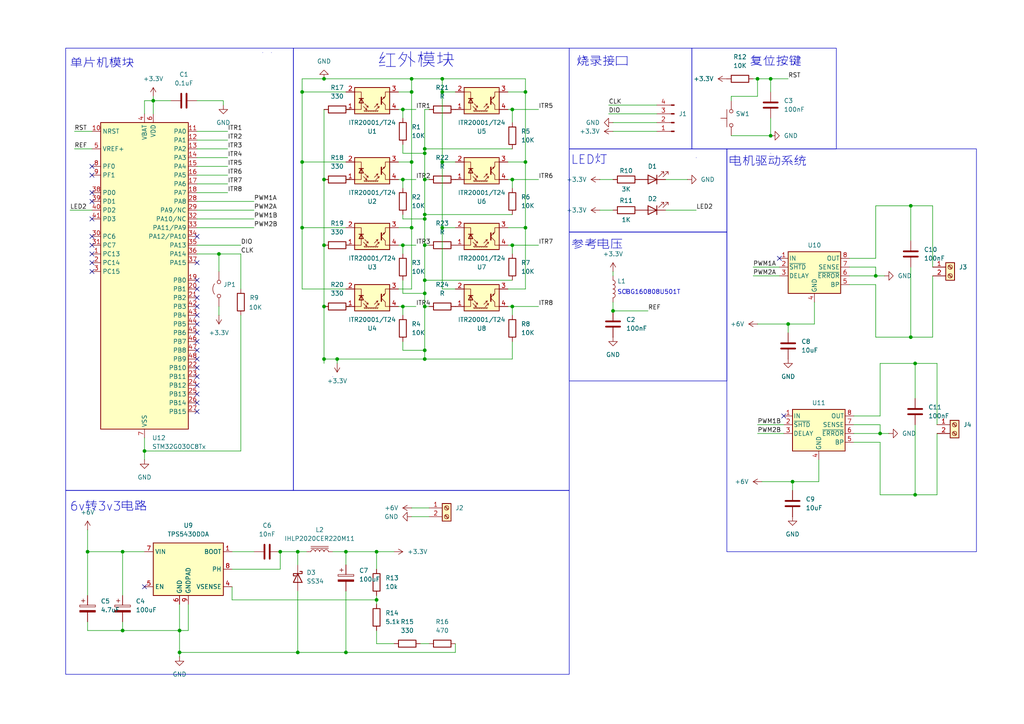
<source format=kicad_sch>
(kicad_sch (version 20231120) (generator "eeschema") (generator_version "8.0")
  (paper "A4")
  (junction (at 128.27 22.86))
  (junction (at 123.19 81.28))
  (junction (at 123.19 63.5))
  (junction (at 152.4 46.99))
  (junction (at 52.07 182.88))
  (junction (at 86.36 160.02))
  (junction (at 100.33 189.23))
  (junction (at 265.43 105.41))
  (junction (at 264.16 59.69))
  (junction (at 128.27 46.99))
  (junction (at 87.63 66.04))
  (junction (at 44.45 29.21))
  (junction (at 116.84 88.9))
  (junction (at 148.59 71.12))
  (junction (at 152.4 26.67))
  (junction (at 87.63 26.67))
  (junction (at 148.59 31.75))
  (junction (at 123.19 44.45))
  (junction (at 116.84 71.12))
  (junction (at 265.43 143.51))
  (junction (at 219.71 22.86))
  (junction (at 86.36 189.23))
  (junction (at 223.52 22.86))
  (junction (at 119.38 46.99))
  (junction (at 93.98 52.07))
  (junction (at 123.19 101.6))
  (junction (at 63.5 73.66))
  (junction (at 52.07 189.23))
  (junction (at 116.84 52.07))
  (junction (at 87.63 46.99))
  (junction (at 123.19 104.14))
  (junction (at 81.28 160.02))
  (junction (at 93.98 88.9))
  (junction (at 116.84 31.75))
  (junction (at 229.87 139.7))
  (junction (at 148.59 52.07))
  (junction (at 100.33 160.02))
  (junction (at 93.98 22.86))
  (junction (at 35.56 182.88))
  (junction (at 97.79 104.14))
  (junction (at 152.4 66.04))
  (junction (at 128.27 26.67))
  (junction (at 148.59 88.9))
  (junction (at 128.27 66.04))
  (junction (at 123.19 71.12))
  (junction (at 93.98 104.14))
  (junction (at 123.19 85.09))
  (junction (at 264.16 97.79))
  (junction (at 223.52 39.37))
  (junction (at 177.8 90.17))
  (junction (at 255.27 125.73))
  (junction (at 41.91 130.81))
  (junction (at 109.22 160.02))
  (junction (at 119.38 66.04))
  (junction (at 35.56 160.02))
  (junction (at 93.98 71.12))
  (junction (at 119.38 26.67))
  (junction (at 119.38 22.86))
  (junction (at 254 80.01))
  (junction (at 25.4 160.02))
  (junction (at 109.22 173.99))
  (junction (at 123.19 62.23))
  (junction (at 123.19 88.9))
  (junction (at 123.19 43.18))
  (junction (at 228.6 93.98))
  (junction (at 123.19 52.07))
  (no_connect (at 226.06 74.93))
  (no_connect (at 26.67 48.26))
  (no_connect (at 26.67 50.8))
  (no_connect (at 26.67 78.74))
  (no_connect (at 57.15 101.6))
  (no_connect (at 26.67 63.5))
  (no_connect (at 57.15 91.44))
  (no_connect (at 26.67 68.58))
  (no_connect (at 227.33 120.65))
  (no_connect (at 57.15 116.84))
  (no_connect (at 26.67 73.66))
  (no_connect (at 57.15 104.14))
  (no_connect (at 57.15 93.98))
  (no_connect (at 26.67 71.12))
  (no_connect (at 57.15 83.82))
  (no_connect (at 26.67 76.2))
  (no_connect (at 57.15 68.58))
  (no_connect (at 57.15 114.3))
  (no_connect (at 41.91 170.18))
  (no_connect (at 57.15 106.68))
  (no_connect (at 57.15 76.2))
  (no_connect (at 57.15 81.28))
  (no_connect (at 57.15 86.36))
  (no_connect (at 57.15 96.52))
  (no_connect (at 57.15 99.06))
  (no_connect (at 26.67 55.88))
  (no_connect (at 57.15 88.9))
  (no_connect (at 57.15 109.22))
  (no_connect (at 57.15 111.76))
  (no_connect (at 57.15 119.38))
  (no_connect (at 26.67 58.42))
  (wire (pts (xy 123.19 44.45) (xy 123.19 52.07)))
  (wire (pts (xy 64.77 29.21) (xy 64.77 30.48)))
  (wire (pts (xy 116.84 99.06) (xy 116.84 101.6)))
  (wire (pts (xy 270.51 97.79) (xy 270.51 80.01)))
  (wire (pts (xy 119.38 147.32) (xy 124.46 147.32)))
  (wire (pts (xy 147.32 52.07) (xy 148.59 52.07)))
  (wire (pts (xy 87.63 46.99) (xy 87.63 66.04)))
  (wire (pts (xy 116.84 52.07) (xy 116.84 54.61)))
  (wire (pts (xy 123.19 43.18) (xy 123.19 44.45)))
  (wire (pts (xy 177.8 78.74) (xy 177.8 80.01)))
  (wire (pts (xy 254 59.69) (xy 264.16 59.69)))
  (wire (pts (xy 148.59 71.12) (xy 148.59 73.66)))
  (wire (pts (xy 21.59 43.18) (xy 26.67 43.18)))
  (wire (pts (xy 25.4 160.02) (xy 35.56 160.02)))
  (wire (pts (xy 254 97.79) (xy 264.16 97.79)))
  (wire (pts (xy 63.5 73.66) (xy 69.85 73.66)))
  (wire (pts (xy 116.84 62.23) (xy 116.84 63.5)))
  (wire (pts (xy 246.38 74.93) (xy 254 74.93)))
  (wire (pts (xy 116.84 85.09) (xy 123.19 85.09)))
  (wire (pts (xy 228.6 93.98) (xy 228.6 96.52)))
  (wire (pts (xy 115.57 31.75) (xy 116.84 31.75)))
  (wire (pts (xy 44.45 29.21) (xy 49.53 29.21)))
  (wire (pts (xy 132.08 66.04) (xy 128.27 66.04)))
  (wire (pts (xy 96.52 160.02) (xy 100.33 160.02)))
  (wire (pts (xy 219.71 123.19) (xy 227.33 123.19)))
  (wire (pts (xy 100.33 171.45) (xy 100.33 189.23)))
  (wire (pts (xy 57.15 53.34) (xy 66.04 53.34)))
  (wire (pts (xy 219.71 93.98) (xy 228.6 93.98)))
  (wire (pts (xy 176.53 33.02) (xy 190.5 33.02)))
  (wire (pts (xy 69.85 91.44) (xy 69.85 130.81)))
  (wire (pts (xy 123.19 88.9) (xy 123.19 101.6)))
  (wire (pts (xy 128.27 22.86) (xy 119.38 22.86)))
  (wire (pts (xy 255.27 125.73) (xy 257.81 125.73)))
  (wire (pts (xy 255.27 143.51) (xy 265.43 143.51)))
  (wire (pts (xy 87.63 26.67) (xy 87.63 46.99)))
  (wire (pts (xy 57.15 58.42) (xy 73.66 58.42)))
  (wire (pts (xy 123.19 81.28) (xy 123.19 85.09)))
  (wire (pts (xy 123.19 101.6) (xy 123.19 104.14)))
  (wire (pts (xy 148.59 52.07) (xy 148.59 54.61)))
  (wire (pts (xy 147.32 71.12) (xy 148.59 71.12)))
  (wire (pts (xy 41.91 33.02) (xy 41.91 29.21)))
  (wire (pts (xy 152.4 22.86) (xy 128.27 22.86)))
  (wire (pts (xy 119.38 66.04) (xy 119.38 83.82)))
  (wire (pts (xy 223.52 34.29) (xy 223.52 39.37)))
  (wire (pts (xy 271.78 143.51) (xy 271.78 125.73)))
  (wire (pts (xy 220.98 139.7) (xy 229.87 139.7)))
  (wire (pts (xy 35.56 172.72) (xy 35.56 160.02)))
  (wire (pts (xy 57.15 29.21) (xy 64.77 29.21)))
  (wire (pts (xy 57.15 43.18) (xy 66.04 43.18)))
  (wire (pts (xy 193.04 52.07) (xy 199.39 52.07)))
  (wire (pts (xy 177.8 35.56) (xy 190.5 35.56)))
  (wire (pts (xy 123.19 62.23) (xy 123.19 63.5)))
  (wire (pts (xy 264.16 97.79) (xy 270.51 97.79)))
  (wire (pts (xy 237.49 139.7) (xy 237.49 133.35)))
  (wire (pts (xy 236.22 93.98) (xy 236.22 87.63)))
  (wire (pts (xy 25.4 160.02) (xy 25.4 172.72)))
  (wire (pts (xy 100.33 71.12) (xy 101.6 71.12)))
  (wire (pts (xy 81.28 165.1) (xy 81.28 160.02)))
  (wire (pts (xy 100.33 31.75) (xy 101.6 31.75)))
  (wire (pts (xy 247.65 120.65) (xy 255.27 120.65)))
  (wire (pts (xy 148.59 31.75) (xy 156.21 31.75)))
  (wire (pts (xy 109.22 172.72) (xy 109.22 173.99)))
  (wire (pts (xy 123.19 63.5) (xy 123.19 71.12)))
  (wire (pts (xy 270.51 59.69) (xy 270.51 77.47)))
  (wire (pts (xy 212.09 29.21) (xy 212.09 27.94)))
  (wire (pts (xy 81.28 160.02) (xy 86.36 160.02)))
  (wire (pts (xy 67.31 173.99) (xy 109.22 173.99)))
  (wire (pts (xy 57.15 38.1) (xy 66.04 38.1)))
  (wire (pts (xy 44.45 27.94) (xy 44.45 29.21)))
  (wire (pts (xy 57.15 48.26) (xy 66.04 48.26)))
  (wire (pts (xy 123.19 31.75) (xy 123.19 43.18)))
  (wire (pts (xy 87.63 22.86) (xy 87.63 26.67)))
  (wire (pts (xy 116.84 31.75) (xy 120.65 31.75)))
  (wire (pts (xy 271.78 105.41) (xy 271.78 123.19)))
  (wire (pts (xy 69.85 73.66) (xy 69.85 83.82)))
  (wire (pts (xy 123.19 31.75) (xy 124.46 31.75)))
  (wire (pts (xy 57.15 60.96) (xy 73.66 60.96)))
  (wire (pts (xy 228.6 93.98) (xy 236.22 93.98)))
  (wire (pts (xy 109.22 186.69) (xy 114.3 186.69)))
  (wire (pts (xy 152.4 66.04) (xy 152.4 46.99)))
  (wire (pts (xy 254 80.01) (xy 256.54 80.01)))
  (wire (pts (xy 115.57 66.04) (xy 119.38 66.04)))
  (wire (pts (xy 57.15 50.8) (xy 66.04 50.8)))
  (wire (pts (xy 100.33 160.02) (xy 109.22 160.02)))
  (wire (pts (xy 255.27 123.19) (xy 255.27 125.73)))
  (wire (pts (xy 93.98 105.41) (xy 93.98 104.14)))
  (wire (pts (xy 119.38 26.67) (xy 119.38 22.86)))
  (wire (pts (xy 20.32 60.96) (xy 26.67 60.96)))
  (wire (pts (xy 100.33 189.23) (xy 132.08 189.23)))
  (wire (pts (xy 69.85 130.81) (xy 41.91 130.81)))
  (wire (pts (xy 35.56 160.02) (xy 41.91 160.02)))
  (wire (pts (xy 265.43 105.41) (xy 271.78 105.41)))
  (wire (pts (xy 147.32 88.9) (xy 148.59 88.9)))
  (wire (pts (xy 115.57 46.99) (xy 119.38 46.99)))
  (wire (pts (xy 223.52 22.86) (xy 223.52 26.67)))
  (wire (pts (xy 152.4 22.86) (xy 152.4 26.67)))
  (wire (pts (xy 212.09 27.94) (xy 219.71 27.94)))
  (wire (pts (xy 212.09 39.37) (xy 223.52 39.37)))
  (wire (pts (xy 86.36 171.45) (xy 86.36 189.23)))
  (wire (pts (xy 93.98 52.07) (xy 93.98 71.12)))
  (wire (pts (xy 100.33 88.9) (xy 101.6 88.9)))
  (wire (pts (xy 152.4 26.67) (xy 152.4 46.99)))
  (wire (pts (xy 57.15 45.72) (xy 66.04 45.72)))
  (wire (pts (xy 86.36 160.02) (xy 86.36 163.83)))
  (wire (pts (xy 254 77.47) (xy 254 80.01)))
  (wire (pts (xy 255.27 125.73) (xy 247.65 125.73)))
  (wire (pts (xy 109.22 160.02) (xy 114.3 160.02)))
  (wire (pts (xy 115.57 26.67) (xy 119.38 26.67)))
  (wire (pts (xy 109.22 182.88) (xy 109.22 186.69)))
  (wire (pts (xy 63.5 73.66) (xy 63.5 78.74)))
  (wire (pts (xy 93.98 22.86) (xy 119.38 22.86)))
  (wire (pts (xy 67.31 160.02) (xy 73.66 160.02)))
  (wire (pts (xy 229.87 139.7) (xy 229.87 142.24)))
  (wire (pts (xy 264.16 59.69) (xy 264.16 69.85)))
  (wire (pts (xy 128.27 46.99) (xy 128.27 66.04)))
  (wire (pts (xy 264.16 77.47) (xy 264.16 97.79)))
  (wire (pts (xy 57.15 71.12) (xy 69.85 71.12)))
  (wire (pts (xy 148.59 99.06) (xy 148.59 104.14)))
  (wire (pts (xy 87.63 26.67) (xy 100.33 26.67)))
  (wire (pts (xy 21.59 38.1) (xy 26.67 38.1)))
  (wire (pts (xy 173.99 60.96) (xy 177.8 60.96)))
  (wire (pts (xy 93.98 71.12) (xy 93.98 88.9)))
  (wire (pts (xy 52.07 175.26) (xy 52.07 182.88)))
  (wire (pts (xy 115.57 71.12) (xy 116.84 71.12)))
  (wire (pts (xy 87.63 22.86) (xy 93.98 22.86)))
  (wire (pts (xy 265.43 123.19) (xy 265.43 143.51)))
  (wire (pts (xy 255.27 105.41) (xy 265.43 105.41)))
  (wire (pts (xy 123.19 88.9) (xy 124.46 88.9)))
  (wire (pts (xy 116.84 71.12) (xy 120.65 71.12)))
  (wire (pts (xy 128.27 26.67) (xy 128.27 22.86)))
  (wire (pts (xy 116.84 71.12) (xy 116.84 73.66)))
  (wire (pts (xy 97.79 104.14) (xy 97.79 105.41)))
  (wire (pts (xy 52.07 182.88) (xy 52.07 189.23)))
  (wire (pts (xy 57.15 40.64) (xy 66.04 40.64)))
  (wire (pts (xy 41.91 127) (xy 41.91 130.81)))
  (wire (pts (xy 87.63 83.82) (xy 87.63 66.04)))
  (wire (pts (xy 123.19 62.23) (xy 148.59 62.23)))
  (wire (pts (xy 116.84 81.28) (xy 116.84 85.09)))
  (wire (pts (xy 219.71 125.73) (xy 227.33 125.73)))
  (wire (pts (xy 128.27 66.04) (xy 128.27 83.82)))
  (wire (pts (xy 119.38 46.99) (xy 119.38 26.67)))
  (wire (pts (xy 57.15 66.04) (xy 73.66 66.04)))
  (wire (pts (xy 132.08 186.69) (xy 132.08 189.23)))
  (wire (pts (xy 218.44 80.01) (xy 226.06 80.01)))
  (wire (pts (xy 148.59 31.75) (xy 148.59 35.56)))
  (wire (pts (xy 100.33 83.82) (xy 87.63 83.82)))
  (wire (pts (xy 254 80.01) (xy 246.38 80.01)))
  (wire (pts (xy 247.65 123.19) (xy 255.27 123.19)))
  (wire (pts (xy 176.53 30.48) (xy 190.5 30.48)))
  (wire (pts (xy 119.38 46.99) (xy 119.38 66.04)))
  (wire (pts (xy 86.36 189.23) (xy 100.33 189.23)))
  (wire (pts (xy 219.71 22.86) (xy 223.52 22.86)))
  (wire (pts (xy 147.32 46.99) (xy 152.4 46.99)))
  (wire (pts (xy 57.15 55.88) (xy 66.04 55.88)))
  (wire (pts (xy 255.27 120.65) (xy 255.27 105.41)))
  (wire (pts (xy 229.87 139.7) (xy 237.49 139.7)))
  (wire (pts (xy 67.31 170.18) (xy 67.31 173.99)))
  (wire (pts (xy 128.27 46.99) (xy 128.27 26.67)))
  (wire (pts (xy 177.8 90.17) (xy 187.96 90.17)))
  (wire (pts (xy 116.84 63.5) (xy 123.19 63.5)))
  (wire (pts (xy 109.22 160.02) (xy 109.22 165.1)))
  (wire (pts (xy 116.84 52.07) (xy 120.65 52.07)))
  (wire (pts (xy 152.4 83.82) (xy 152.4 66.04)))
  (wire (pts (xy 93.98 31.75) (xy 93.98 52.07)))
  (wire (pts (xy 116.84 44.45) (xy 123.19 44.45)))
  (wire (pts (xy 57.15 73.66) (xy 63.5 73.66)))
  (wire (pts (xy 52.07 189.23) (xy 86.36 189.23)))
  (wire (pts (xy 223.52 22.86) (xy 228.6 22.86)))
  (wire (pts (xy 147.32 83.82) (xy 152.4 83.82)))
  (wire (pts (xy 86.36 160.02) (xy 88.9 160.02)))
  (wire (pts (xy 148.59 104.14) (xy 123.19 104.14)))
  (wire (pts (xy 123.19 43.18) (xy 148.59 43.18)))
  (wire (pts (xy 173.99 52.07) (xy 177.8 52.07)))
  (wire (pts (xy 246.38 77.47) (xy 254 77.47)))
  (wire (pts (xy 177.8 87.63) (xy 177.8 90.17)))
  (wire (pts (xy 123.19 52.07) (xy 124.46 52.07)))
  (wire (pts (xy 247.65 128.27) (xy 255.27 128.27)))
  (wire (pts (xy 116.84 31.75) (xy 116.84 34.29)))
  (wire (pts (xy 265.43 105.41) (xy 265.43 115.57)))
  (wire (pts (xy 116.84 88.9) (xy 120.65 88.9)))
  (wire (pts (xy 148.59 71.12) (xy 156.21 71.12)))
  (wire (pts (xy 265.43 143.51) (xy 271.78 143.51)))
  (wire (pts (xy 147.32 66.04) (xy 152.4 66.04)))
  (wire (pts (xy 25.4 182.88) (xy 35.56 182.88)))
  (wire (pts (xy 54.61 175.26) (xy 54.61 182.88)))
  (wire (pts (xy 25.4 180.34) (xy 25.4 182.88)))
  (wire (pts (xy 218.44 77.47) (xy 226.06 77.47)))
  (wire (pts (xy 100.33 160.02) (xy 100.33 163.83)))
  (wire (pts (xy 52.07 189.23) (xy 52.07 190.5)))
  (wire (pts (xy 115.57 52.07) (xy 116.84 52.07)))
  (wire (pts (xy 116.84 41.91) (xy 116.84 44.45)))
  (wire (pts (xy 116.84 101.6) (xy 123.19 101.6)))
  (wire (pts (xy 41.91 130.81) (xy 41.91 133.35)))
  (wire (pts (xy 147.32 26.67) (xy 152.4 26.67)))
  (wire (pts (xy 148.59 52.07) (xy 156.21 52.07)))
  (wire (pts (xy 116.84 88.9) (xy 116.84 91.44)))
  (wire (pts (xy 97.79 104.14) (xy 123.19 104.14)))
  (wire (pts (xy 123.19 71.12) (xy 124.46 71.12)))
  (wire (pts (xy 44.45 29.21) (xy 44.45 33.02)))
  (wire (pts (xy 148.59 88.9) (xy 148.59 91.44)))
  (wire (pts (xy 115.57 83.82) (xy 119.38 83.82)))
  (wire (pts (xy 93.98 104.14) (xy 97.79 104.14)))
  (wire (pts (xy 87.63 66.04) (xy 100.33 66.04)))
  (wire (pts (xy 132.08 46.99) (xy 128.27 46.99)))
  (wire (pts (xy 63.5 88.9) (xy 63.5 91.44)))
  (wire (pts (xy 246.38 82.55) (xy 254 82.55)))
  (wire (pts (xy 132.08 26.67) (xy 128.27 26.67)))
  (wire (pts (xy 87.63 46.99) (xy 100.33 46.99)))
  (wire (pts (xy 57.15 63.5) (xy 73.66 63.5)))
  (wire (pts (xy 119.38 149.86) (xy 124.46 149.86)))
  (wire (pts (xy 193.04 60.96) (xy 201.93 60.96)))
  (wire (pts (xy 148.59 88.9) (xy 156.21 88.9)))
  (wire (pts (xy 123.19 81.28) (xy 148.59 81.28)))
  (wire (pts (xy 93.98 88.9) (xy 93.98 104.14)))
  (wire (pts (xy 132.08 83.82) (xy 128.27 83.82)))
  (wire (pts (xy 35.56 180.34) (xy 35.56 182.88)))
  (wire (pts (xy 41.91 29.21) (xy 44.45 29.21)))
  (wire (pts (xy 254 74.93) (xy 254 59.69)))
  (wire (pts (xy 54.61 182.88) (xy 52.07 182.88)))
  (wire (pts (xy 218.44 22.86) (xy 219.71 22.86)))
  (wire (pts (xy 123.19 71.12) (xy 123.19 81.28)))
  (wire (pts (xy 123.19 85.09) (xy 123.19 88.9)))
  (wire (pts (xy 255.27 128.27) (xy 255.27 143.51)))
  (wire (pts (xy 254 82.55) (xy 254 97.79)))
  (wire (pts (xy 67.31 165.1) (xy 81.28 165.1)))
  (wire (pts (xy 109.22 173.99) (xy 109.22 175.26)))
  (wire (pts (xy 264.16 59.69) (xy 270.51 59.69)))
  (wire (pts (xy 147.32 31.75) (xy 148.59 31.75)))
  (wire (pts (xy 123.19 52.07) (xy 123.19 62.23)))
  (wire (pts (xy 35.56 182.88) (xy 52.07 182.88)))
  (wire (pts (xy 121.92 186.69) (xy 124.46 186.69)))
  (wire (pts (xy 100.33 52.07) (xy 101.6 52.07)))
  (wire (pts (xy 25.4 153.67) (xy 25.4 160.02)))
  (wire (pts (xy 219.71 27.94) (xy 219.71 22.86)))
  (wire (pts (xy 177.8 38.1) (xy 190.5 38.1)))
  (wire (pts (xy 115.57 88.9) (xy 116.84 88.9)))
  (rectangle (start 200.66 13.97) (end 242.57 43.18))
  (rectangle (start 210.82 43.18) (end 283.21 160.02))
  (rectangle (start 19.05 142.24) (end 165.1 195.58))
  (rectangle (start 181.61 83.82) (end 181.61 85.09))
  (rectangle (start 78.74 15.24) (end 78.74 15.24))
  (rectangle (start 76.2 15.24) (end 76.2 15.24))
  (rectangle (start 165.1 67.31) (end 210.82 110.49))
  (rectangle (start 85.09 13.97) (end 165.1 142.24))
  (rectangle (start 165.1 43.18) (end 210.82 67.31))
  (rectangle (start 223.52 44.45) (end 223.52 44.45))
  (rectangle (start 19.05 13.97) (end 85.09 142.24))
  (rectangle (start 201.93 45.72) (end 201.93 45.72))
  (rectangle (start 96.52 109.22) (end 96.52 109.22))
  (rectangle (start 165.1 13.97) (end 200.66 43.18))
  (rectangle (start 180.34 85.09) (end 180.34 85.09))
  (text "单片机模块" (at 29.718 18.542 0) (effects (font (size 2.54 2.54))))
  (text "电机驱动系统\n" (at 222.758 46.99 0) (effects (font (size 2.54 2.54))))
  (text "6v转3v3电路\n" (at 31.496 147.066 0) (effects (font (size 2.54 2.54))))
  (text "LED灯" (at 170.942 46.482 0) (effects (font (size 2.54 2.54))))
  (text "红外模块" (at 120.904 17.78 0) (effects (font (size 3.81 3.81))))
  (text "复位按键" (at 225.044 18.034 0) (effects (font (size 2.54 2.54))))
  (text "烧录接口\n" (at 174.752 18.034 0) (effects (font (size 2.54 2.54))))
  (text "SCBG160808U501T" (at 188.214 84.836 0) (effects (font (size 1.27 1.27))))
  (text "参考电压\n" (at 173.228 71.12 0) (effects (font (size 2.54 2.54))))
  (label "PWM1A" (at 218.44 77.47 0))
  (label "ITR3" (at 120.65 71.12 0))
  (label "ITR3" (at 66.04 43.18 0))
  (label "RST" (at 21.59 38.1 0))
  (label "ITR7" (at 156.21 71.12 0))
  (label "ITR6" (at 156.21 52.07 0))
  (label "ITR8" (at 66.04 55.88 0))
  (label "CLK" (at 176.53 30.48 0))
  (label "DIO" (at 69.85 71.12 0))
  (label "ITR2" (at 120.65 52.07 0))
  (label "PWM1B" (at 73.66 63.5 0))
  (label "ITR4" (at 66.04 45.72 0))
  (label "ITR1" (at 120.65 31.75 0))
  (label "PWM2B" (at 219.71 125.73 0))
  (label "ITR8" (at 156.21 88.9 0))
  (label "PWM2B" (at 73.66 66.04 0))
  (label "ITR5" (at 66.04 48.26 0))
  (label "PWM1B" (at 219.71 123.19 0))
  (label "ITR7" (at 66.04 53.34 0))
  (label "REF" (at 21.59 43.18 0))
  (label "RST" (at 228.6 22.86 0))
  (label "LED2" (at 20.32 60.96 0))
  (label "PWM1A" (at 73.66 58.42 0))
  (label "REF" (at 187.96 90.17 0))
  (label "DIO" (at 176.53 33.02 0))
  (label "ITR4" (at 120.65 88.9 0))
  (label "PWM2A" (at 73.66 60.96 0))
  (label "ITR5" (at 156.21 31.75 0))
  (label "LED2" (at 201.93 60.96 0))
  (label "CLK" (at 69.85 73.66 0))
  (label "ITR2" (at 66.04 40.64 0))
  (label "ITR6" (at 66.04 50.8 0))
  (label "ITR1" (at 66.04 38.1 0))
  (label "PWM2A" (at 218.44 80.01 0))
  (symbol (lib_id "power:GND") (at 199.39 52.07 90) (unit 1)
    (property "Reference" "#PWR011" (effects (hide yes)))
    (property "Value" "GND" (at 203.2 52.0699 90) (effects (justify right)))
    (property "Description" "Power symbol creates a global label with name \"GND\" , ground" (effects (hide yes)))
  )
  (symbol (lib_id "Connector:Conn_01x04_Pin") (at 195.58 35.56 180) (unit 1)
    (property "Reference" "J1" (at 196.85 33.0199 0) (effects (justify right)))
    (property "Value" "Conn_01x04_Pin" (effects (hide yes)))
    (property "Footprint" "Connector:FanPinHeader_1x04_P2.54mm_Vertical" (effects (hide yes)))
    (property "Description" "Generic connector, single row, 01x04, script generated" (effects (hide yes)))
  )
  (symbol (lib_name "LP2988-5.0_SOIC8_VSSOP8_1") (lib_id "Regulator_Linear:LP2988-5.0_SOIC8_VSSOP8") (at 237.49 123.19 0) (unit 1)
    (property "Reference" "U11" (at 237.49 116.84 0))
    (property "Value" "LP2988-5.0_SOIC8_VSSOP8" (effects (hide yes)))
    (property "Footprint" "Package_SO:SOIC-8_3.9x4.9mm_P1.27mm" (effects (hide yes)))
    (property "Datasheet" "http://www.ti.com/lit/ds/symlink/lp2987.pdf" (effects (hide yes)))
    (property "Description" "200mA Linear LDO Regulator, Low Noise, MicroPower, Fixed Output 5.0V, SO8/MSOP8" (effects (hide yes)))
  )
  (symbol (lib_id "Device:R") (at 116.84 58.42 0) (unit 1)
    (property "Reference" "R2" (at 119.38 57.1499 0) (effects (justify left)))
    (property "Value" "10K" (at 119.38 59.6899 0) (effects (justify left)))
    (property "Footprint" "Resistor_SMD:R_0805_2012Metric_Pad1.20x1.40mm_HandSolder" (effects (hide yes)))
    (property "Description" "Resistor" (effects (hide yes)))
  )
  (symbol (lib_id "Device:R") (at 109.22 168.91 0) (unit 1)
    (property "Reference" "R13" (at 111.76 167.6399 0) (effects (justify left)))
    (property "Value" "10k" (at 111.76 170.1799 0) (effects (justify left)))
    (property "Footprint" "Resistor_SMD:R_0805_2012Metric_Pad1.20x1.40mm_HandSolder" (effects (hide yes)))
    (property "Description" "Resistor" (effects (hide yes)))
  )
  (symbol (lib_id "Diode:SS34") (at 86.36 167.64 270) (unit 1)
    (property "Reference" "D3" (at 88.9 166.0524 90) (effects (justify left)))
    (property "Value" "SS34" (at 88.9 168.5924 90) (effects (justify left)))
    (property "Footprint" "Diode_SMD:D_SMA_Handsoldering" (effects (hide yes)))
    (property "Datasheet" "https://www.vishay.com/docs/88751/ss32.pdf" (effects (hide yes)))
    (property "Description" "40V 3A Schottky Diode, SMA" (effects (hide yes)))
  )
  (symbol (lib_id "Device:R") (at 97.79 71.12 90) (unit 1)
    (property "Reference" "R19" (at 97.79 64.77 90))
    (property "Value" "330" (at 97.79 67.31 90))
    (property "Footprint" "Resistor_SMD:R_0805_2012Metric_Pad1.20x1.40mm_HandSolder" (effects (hide yes)))
    (property "Description" "Resistor" (effects (hide yes)))
  )
  (symbol (lib_id "Device:R") (at 148.59 58.42 0) (unit 1)
    (property "Reference" "R6" (at 151.13 57.1499 0) (effects (justify left)))
    (property "Value" "10K" (at 151.13 59.6899 0) (effects (justify left)))
    (property "Footprint" "Resistor_SMD:R_0805_2012Metric_Pad1.20x1.40mm_HandSolder" (effects (hide yes)))
    (property "Description" "Resistor" (effects (hide yes)))
  )
  (symbol (lib_id "Device:R") (at 148.59 39.37 0) (unit 1)
    (property "Reference" "R5" (at 151.13 38.0999 0) (effects (justify left)))
    (property "Value" "10K" (at 151.13 40.6399 0) (effects (justify left)))
    (property "Footprint" "Resistor_SMD:R_0805_2012Metric_Pad1.20x1.40mm_HandSolder" (effects (hide yes)))
    (property "Description" "Resistor" (effects (hide yes)))
  )
  (symbol (lib_id "itr20001:ITR20001/T24") (at 139.7 49.53 0) (mirror x) (unit 1)
    (property "Reference" "U6" (at 139.7 58.42 0))
    (property "Value" "ITR20001/T24" (at 139.7 55.88 0))
    (property "Footprint" "itr20001:Everlight_ITR20001" (effects (hide yes)))
    (property "Datasheet" "http://www.everlight.com/file/ProductFile/ITR8307.pdf" (effects (hide yes)))
    (property "Description" "Subminiature Reflective Optical Sensor, SMD-package with PCB-cutout" (effects (hide yes)))
  )
  (symbol (lib_id "itr20001:ITR20001/T24") (at 107.95 29.21 0) (mirror x) (unit 1)
    (property "Reference" "U1" (at 107.95 38.1 0))
    (property "Value" "ITR20001/T24" (at 107.95 35.56 0))
    (property "Footprint" "itr20001:Everlight_ITR20001" (effects (hide yes)))
    (property "Datasheet" "http://www.everlight.com/file/ProductFile/ITR8307.pdf" (effects (hide yes)))
    (property "Description" "Subminiature Reflective Optical Sensor, SMD-package with PCB-cutout" (effects (hide yes)))
  )
  (symbol (lib_id "power:+3V3") (at 177.8 38.1 90) (unit 1)
    (property "Reference" "#PWR08" (effects (hide yes)))
    (property "Value" "+3.3V" (at 173.99 38.0999 90) (effects (justify left)))
    (property "Description" "Power symbol creates a global label with name \"+3V3\"" (effects (hide yes)))
  )
  (symbol (lib_id "power:+3.3V") (at 63.5 91.44 180) (unit 1)
    (property "Reference" "#PWR03" (effects (hide yes)))
    (property "Value" "+3.3V" (at 63.5 96.52 0))
    (property "Description" "Power symbol creates a global label with name \"+3.3V\"" (effects (hide yes)))
  )
  (symbol (lib_id "Device:R") (at 116.84 38.1 0) (unit 1)
    (property "Reference" "R1" (at 119.38 36.8299 0) (effects (justify left)))
    (property "Value" "10K" (at 119.38 39.3699 0) (effects (justify left)))
    (property "Footprint" "Resistor_SMD:R_0805_2012Metric_Pad1.20x1.40mm_HandSolder" (effects (hide yes)))
    (property "Description" "Resistor" (effects (hide yes)))
  )
  (symbol (lib_id "power:GND") (at 223.52 39.37 90) (unit 1)
    (property "Reference" "#PWR015" (effects (hide yes)))
    (property "Value" "GND" (at 227.33 39.3699 90) (effects (justify right)))
    (property "Description" "Power symbol creates a global label with name \"GND\" , ground" (effects (hide yes)))
  )
  (symbol (lib_id "power:GND") (at 229.87 149.86 0) (unit 1)
    (property "Reference" "#PWR025" (effects (hide yes)))
    (property "Value" "GND" (at 229.87 154.94 0))
    (property "Description" "Power symbol creates a global label with name \"GND\" , ground" (effects (hide yes)))
  )
  (symbol (lib_id "Device:R") (at 128.27 88.9 90) (unit 1)
    (property "Reference" "R24" (at 128.27 82.55 90))
    (property "Value" "R" (at 128.27 85.09 90))
    (property "Footprint" "Resistor_SMD:R_0805_2012Metric_Pad1.20x1.40mm_HandSolder" (effects (hide yes)))
    (property "Description" "Resistor" (effects (hide yes)))
  )
  (symbol (lib_id "Device:C") (at 223.52 30.48 0) (unit 1)
    (property "Reference" "C3" (at 227.33 29.2099 0) (effects (justify left)))
    (property "Value" "100nF" (at 227.33 31.7499 0) (effects (justify left)))
    (property "Footprint" "Capacitor_SMD:C_0805_2012Metric_Pad1.18x1.45mm_HandSolder" (effects (hide yes)))
    (property "Description" "Unpolarized capacitor" (effects (hide yes)))
  )
  (symbol (lib_id "Connector:Screw_Terminal_01x02") (at 129.54 147.32 0) (unit 1)
    (property "Reference" "J2" (at 132.08 147.3199 0) (effects (justify left)))
    (property "Value" "Screw_Terminal_01x02" (effects (hide yes)))
    (property "Footprint" "TerminalBlock_Altech:Altech_AK100_1x02_P5.00mm" (effects (hide yes)))
    (property "Description" "Generic screw terminal, single row, 01x02, script generated (kicad-library-utils/schlib/autogen/connector/)" (effects (hide yes)))
  )
  (symbol (lib_id "itr20001:ITR20001/T24") (at 107.95 86.36 0) (mirror x) (unit 1)
    (property "Reference" "U4" (at 107.95 95.25 0))
    (property "Value" "ITR20001/T24" (at 107.95 92.71 0))
    (property "Footprint" "itr20001:Everlight_ITR20001" (effects (hide yes)))
    (property "Datasheet" "http://www.everlight.com/file/ProductFile/ITR8307.pdf" (effects (hide yes)))
    (property "Description" "Subminiature Reflective Optical Sensor, SMD-package with PCB-cutout" (effects (hide yes)))
  )
  (symbol (lib_id "itr20001:ITR20001/T24") (at 139.7 68.58 0) (mirror x) (unit 1)
    (property "Reference" "U7" (at 139.7 77.47 0))
    (property "Value" "ITR20001/T24" (at 139.7 74.93 0))
    (property "Footprint" "itr20001:Everlight_ITR20001" (effects (hide yes)))
    (property "Datasheet" "http://www.everlight.com/file/ProductFile/ITR8307.pdf" (effects (hide yes)))
    (property "Description" "Subminiature Reflective Optical Sensor, SMD-package with PCB-cutout" (effects (hide yes)))
  )
  (symbol (lib_id "Device:L_Iron") (at 92.71 160.02 90) (unit 1)
    (property "Reference" "L2" (at 92.71 153.67 90))
    (property "Value" "IHLP2020CER220M11" (at 92.71 156.21 90))
    (property "Footprint" "Inductor_SMD:L_6.3x6.3_H3" (effects (hide yes)))
    (property "Description" "Inductor with iron core" (effects (hide yes)))
  )
  (symbol (lib_id "power:+3V3") (at 177.8 78.74 0) (unit 1)
    (property "Reference" "#PWR012" (effects (hide yes)))
    (property "Value" "+3.3V" (at 177.8 73.66 0))
    (property "Description" "Power symbol creates a global label with name \"+3V3\"" (effects (hide yes)))
  )
  (symbol (lib_id "Device:C") (at 228.6 100.33 0) (unit 1)
    (property "Reference" "C8" (at 232.41 99.0599 0) (effects (justify left)))
    (property "Value" "10uF" (at 232.41 101.5999 0) (effects (justify left)))
    (property "Footprint" "Capacitor_SMD:C_0805_2012Metric_Pad1.18x1.45mm_HandSolder" (effects (hide yes)))
    (property "Description" "Unpolarized capacitor" (effects (hide yes)))
  )
  (symbol (lib_id "Device:C_Polarized") (at 25.4 176.53 0) (unit 1)
    (property "Reference" "C5" (at 29.21 174.3709 0) (effects (justify left)))
    (property "Value" "4.7uF" (at 29.21 176.9109 0) (effects (justify left)))
    (property "Footprint" "Capacitor_SMD:CP_Elec_6.3x5.4" (effects (hide yes)))
    (property "Description" "Polarized capacitor" (effects (hide yes)))
  )
  (symbol (lib_id "power:GND") (at 93.98 22.86 0) (mirror x) (unit 1)
    (property "Reference" "#PWR02" (effects (hide yes)))
    (property "Value" "GND" (at 93.98 17.78 0))
    (property "Description" "Power symbol creates a global label with name \"GND\" , ground" (effects (hide yes)))
  )
  (symbol (lib_id "itr20001:ITR20001/T24") (at 139.7 86.36 0) (mirror x) (unit 1)
    (property "Reference" "U8" (at 139.7 95.25 0))
    (property "Value" "ITR20001/T24" (at 139.7 92.71 0))
    (property "Footprint" "itr20001:Everlight_ITR20001" (effects (hide yes)))
    (property "Datasheet" "http://www.everlight.com/file/ProductFile/ITR8307.pdf" (effects (hide yes)))
    (property "Description" "Subminiature Reflective Optical Sensor, SMD-package with PCB-cutout" (effects (hide yes)))
  )
  (symbol (lib_id "Device:R") (at 128.27 186.69 90) (unit 1)
    (property "Reference" "R16" (at 128.27 180.34 90))
    (property "Value" "470" (at 128.27 182.88 90))
    (property "Footprint" "Resistor_SMD:R_0805_2012Metric_Pad1.20x1.40mm_HandSolder" (effects (hide yes)))
    (property "Description" "Resistor" (effects (hide yes)))
  )
  (symbol (lib_id "Device:R") (at 118.11 186.69 90) (unit 1)
    (property "Reference" "R15" (at 118.11 180.34 90))
    (property "Value" "330" (at 118.11 182.88 90))
    (property "Footprint" "Resistor_SMD:R_0805_2012Metric_Pad1.20x1.40mm_HandSolder" (effects (hide yes)))
    (property "Description" "Resistor" (effects (hide yes)))
  )
  (symbol (lib_id "Device:R") (at 181.61 52.07 90) (unit 1)
    (property "Reference" "R10" (at 181.61 49.53 90))
    (property "Value" "3K" (at 181.61 54.864 90))
    (property "Footprint" "Resistor_SMD:R_0805_2012Metric_Pad1.20x1.40mm_HandSolder" (effects (hide yes)))
    (property "Description" "Resistor" (effects (hide yes)))
  )
  (symbol (lib_id "itr20001:ITR20001/T24") (at 107.95 68.58 0) (mirror x) (unit 1)
    (property "Reference" "U3" (at 107.95 77.47 0))
    (property "Value" "ITR20001/T24" (at 107.95 74.93 0))
    (property "Footprint" "itr20001:Everlight_ITR20001" (effects (hide yes)))
    (property "Datasheet" "http://www.everlight.com/file/ProductFile/ITR8307.pdf" (effects (hide yes)))
    (property "Description" "Subminiature Reflective Optical Sensor, SMD-package with PCB-cutout" (effects (hide yes)))
  )
  (symbol (lib_id "power:+6V") (at 25.4 153.67 0) (unit 1)
    (property "Reference" "#PWR016" (effects (hide yes)))
    (property "Value" "+6V" (at 25.4 148.59 0))
    (property "Description" "Power symbol creates a global label with name \"+6V\"" (effects (hide yes)))
  )
  (symbol (lib_id "Device:R") (at 69.85 87.63 0) (unit 1)
    (property "Reference" "R9" (at 72.39 86.3599 0) (effects (justify left)))
    (property "Value" "10K" (at 72.136 89.154 0) (effects (justify left)))
    (property "Footprint" "Resistor_SMD:R_0805_2012Metric_Pad1.20x1.40mm_HandSolder" (effects (hide yes)))
    (property "Description" "Resistor" (effects (hide yes)))
  )
  (symbol (lib_id "Device:R") (at 97.79 31.75 90) (unit 1)
    (property "Reference" "R17" (at 97.79 25.4 90))
    (property "Value" "330" (at 97.79 27.94 90))
    (property "Footprint" "Resistor_SMD:R_0805_2012Metric_Pad1.20x1.40mm_HandSolder" (effects (hide yes)))
    (property "Description" "Resistor" (effects (hide yes)))
  )
  (symbol (lib_id "itr20001:ITR20001/T24") (at 107.95 49.53 0) (mirror x) (unit 1)
    (property "Reference" "U2" (at 107.95 58.42 0))
    (property "Value" "ITR20001/T24" (at 107.95 55.88 0))
    (property "Footprint" "itr20001:Everlight_ITR20001" (effects (hide yes)))
    (property "Datasheet" "http://www.everlight.com/file/ProductFile/ITR8307.pdf" (effects (hide yes)))
    (property "Description" "Subminiature Reflective Optical Sensor, SMD-package with PCB-cutout" (effects (hide yes)))
  )
  (symbol (lib_id "Device:C") (at 264.16 73.66 0) (unit 1)
    (property "Reference" "C10" (at 267.97 72.3899 0) (effects (justify left)))
    (property "Value" "100nF" (at 267.97 74.9299 0) (effects (justify left)))
    (property "Footprint" "Capacitor_SMD:C_0805_2012Metric_Pad1.18x1.45mm_HandSolder" (effects (hide yes)))
    (property "Description" "Unpolarized capacitor" (effects (hide yes)))
  )
  (symbol (lib_id "power:+3V3") (at 173.99 52.07 90) (unit 1)
    (property "Reference" "#PWR09" (effects (hide yes)))
    (property "Value" "+3.3V" (at 170.18 52.0699 90) (effects (justify left)))
    (property "Description" "Power symbol creates a global label with name \"+3V3\"" (effects (hide yes)))
  )
  (symbol (lib_id "Device:C") (at 229.87 146.05 0) (unit 1)
    (property "Reference" "C9" (at 233.68 144.7799 0) (effects (justify left)))
    (property "Value" "10uF" (at 233.68 147.3199 0) (effects (justify left)))
    (property "Footprint" "Capacitor_SMD:C_0805_2012Metric_Pad1.18x1.45mm_HandSolder" (effects (hide yes)))
    (property "Description" "Unpolarized capacitor" (effects (hide yes)))
  )
  (symbol (lib_name "LP2988-5.0_SOIC8_VSSOP8_1") (lib_id "Regulator_Linear:LP2988-5.0_SOIC8_VSSOP8") (at 236.22 77.47 0) (unit 1)
    (property "Reference" "U10" (at 236.22 71.12 0))
    (property "Value" "LP2988-5.0_SOIC8_VSSOP8" (effects (hide yes)))
    (property "Footprint" "Package_SO:SOIC-8_3.9x4.9mm_P1.27mm" (effects (hide yes)))
    (property "Datasheet" "http://www.ti.com/lit/ds/symlink/lp2987.pdf" (effects (hide yes)))
    (property "Description" "200mA Linear LDO Regulator, Low Noise, MicroPower, Fixed Output 5.0V, SO8/MSOP8" (effects (hide yes)))
  )
  (symbol (lib_id "Device:R") (at 128.27 71.12 90) (unit 1)
    (property "Reference" "R23" (at 128.27 64.77 90))
    (property "Value" "R" (at 128.27 67.31 90))
    (property "Footprint" "Resistor_SMD:R_0805_2012Metric_Pad1.20x1.40mm_HandSolder" (effects (hide yes)))
    (property "Description" "Resistor" (effects (hide yes)))
  )
  (symbol (lib_id "Device:C") (at 53.34 29.21 90) (unit 1)
    (property "Reference" "C1" (at 53.34 21.59 90))
    (property "Value" "0.1uF" (at 53.34 24.13 90))
    (property "Footprint" "Capacitor_SMD:C_0805_2012Metric_Pad1.18x1.45mm_HandSolder" (effects (hide yes)))
    (property "Description" "Unpolarized capacitor" (effects (hide yes)))
  )
  (symbol (lib_id "power:GND") (at 52.07 190.5 0) (unit 1)
    (property "Reference" "#PWR017" (effects (hide yes)))
    (property "Value" "GND" (at 52.07 195.58 0))
    (property "Description" "Power symbol creates a global label with name \"GND\" , ground" (effects (hide yes)))
  )
  (symbol (lib_id "Regulator_Switching:TPS5430DDA") (at 54.61 165.1 0) (unit 1)
    (property "Reference" "U9" (at 54.61 152.4 0))
    (property "Value" "TPS5430DDA" (at 54.61 154.94 0))
    (property "Footprint" "Package_SO:TI_SO-PowerPAD-8_ThermalVias" (effects (hide yes)))
    (property "Datasheet" "http://www.ti.com/lit/ds/symlink/tps5430.pdf" (effects (hide yes)))
    (property "Description" "3A, Step Down Swift Converter, Adjustable Output Voltage, 5.5-36V Input Voltage, PowerSO-8" (effects (hide yes)))
  )
  (symbol (lib_id "power:+3.3V") (at 114.3 160.02 270) (unit 1)
    (property "Reference" "#PWR018" (effects (hide yes)))
    (property "Value" "+3.3V" (at 118.11 160.0199 90) (effects (justify left)))
    (property "Description" "Power symbol creates a global label with name \"+3.3V\"" (effects (hide yes)))
  )
  (symbol (lib_id "power:GND") (at 64.77 30.48 0) (unit 1)
    (property "Reference" "#PWR05" (effects (hide yes)))
    (property "Value" "GND" (at 64.77 35.56 0))
    (property "Description" "Power symbol creates a global label with name \"GND\" , ground" (effects (hide yes)))
  )
  (symbol (lib_id "Device:C_Polarized") (at 35.56 176.53 0) (unit 1)
    (property "Reference" "C4" (at 39.37 174.3709 0) (effects (justify left)))
    (property "Value" "100uF" (at 39.37 176.9109 0) (effects (justify left)))
    (property "Footprint" "Capacitor_SMD:CP_Elec_6.3x5.4" (effects (hide yes)))
    (property "Description" "Polarized capacitor" (effects (hide yes)))
  )
  (symbol (lib_id "Device:R") (at 116.84 95.25 0) (unit 1)
    (property "Reference" "R4" (at 119.38 93.9799 0) (effects (justify left)))
    (property "Value" "10K" (at 119.38 96.5199 0) (effects (justify left)))
    (property "Footprint" "Resistor_SMD:R_0805_2012Metric_Pad1.20x1.40mm_HandSolder" (effects (hide yes)))
    (property "Description" "Resistor" (effects (hide yes)))
  )
  (symbol (lib_id "Device:R") (at 128.27 52.07 90) (unit 1)
    (property "Reference" "R22" (at 128.27 45.72 90))
    (property "Value" "R" (at 128.27 48.26 90))
    (property "Footprint" "Resistor_SMD:R_0805_2012Metric_Pad1.20x1.40mm_HandSolder" (effects (hide yes)))
    (property "Description" "Resistor" (effects (hide yes)))
  )
  (symbol (lib_id "power:GND") (at 41.91 133.35 0) (unit 1)
    (property "Reference" "#PWR01" (effects (hide yes)))
    (property "Value" "GND" (at 41.91 138.43 0))
    (property "Description" "Power symbol creates a global label with name \"GND\" , ground" (effects (hide yes)))
  )
  (symbol (lib_id "Device:C") (at 77.47 160.02 90) (unit 1)
    (property "Reference" "C6" (at 77.47 152.4 90))
    (property "Value" "10nF" (at 77.47 154.94 90))
    (property "Footprint" "Capacitor_SMD:C_0805_2012Metric_Pad1.18x1.45mm_HandSolder" (effects (hide yes)))
    (property "Description" "Unpolarized capacitor" (effects (hide yes)))
  )
  (symbol (lib_id "power:GND") (at 257.81 125.73 90) (unit 1)
    (property "Reference" "#PWR026" (effects (hide yes)))
    (property "Value" "GND" (at 261.62 125.7299 90) (effects (justify right)))
    (property "Description" "Power symbol creates a global label with name \"GND\" , ground" (effects (hide yes)))
  )
  (symbol (lib_id "power:+6V") (at 220.98 139.7 90) (unit 1)
    (property "Reference" "#PWR024" (effects (hide yes)))
    (property "Value" "+6V" (at 217.17 139.6999 90) (effects (justify left)))
    (property "Description" "Power symbol creates a global label with name \"+6V\"" (effects (hide yes)))
  )
  (symbol (lib_id "itr20001:ITR20001/T24") (at 139.7 29.21 0) (mirror x) (unit 1)
    (property "Reference" "U5" (at 139.7 38.1 0))
    (property "Value" "ITR20001/T24" (at 139.7 35.56 0))
    (property "Footprint" "itr20001:Everlight_ITR20001" (effects (hide yes)))
    (property "Datasheet" "http://www.everlight.com/file/ProductFile/ITR8307.pdf" (effects (hide yes)))
    (property "Description" "Subminiature Reflective Optical Sensor, SMD-package with PCB-cutout" (effects (hide yes)))
  )
  (symbol (lib_id "power:+3.3V") (at 44.45 27.94 0) (unit 1)
    (property "Reference" "#PWR04" (effects (hide yes)))
    (property "Value" "+3.3V" (at 44.45 22.86 0))
    (property "Description" "Power symbol creates a global label with name \"+3.3V\"" (effects (hide yes)))
  )
  (symbol (lib_id "power:GND") (at 177.8 97.79 0) (unit 1)
    (property "Reference" "#PWR013" (effects (hide yes)))
    (property "Value" "GND" (at 177.8 102.87 0))
    (property "Description" "Power symbol creates a global label with name \"GND\" , ground" (effects (hide yes)))
  )
  (symbol (lib_id "power:+6V") (at 219.71 93.98 90) (unit 1)
    (property "Reference" "#PWR022" (effects (hide yes)))
    (property "Value" "+6V" (at 215.9 93.9799 90) (effects (justify left)))
    (property "Description" "Power symbol creates a global label with name \"+6V\"" (effects (hide yes)))
  )
  (symbol (lib_id "power:GND") (at 177.8 35.56 270) (unit 1)
    (property "Reference" "#PWR07" (effects (hide yes)))
    (property "Value" "GND" (at 173.99 35.5599 90) (effects (justify right)))
    (property "Description" "Power symbol creates a global label with name \"GND\" , ground" (effects (hide yes)))
  )
  (symbol (lib_id "Device:R") (at 116.84 77.47 0) (unit 1)
    (property "Reference" "R3" (at 119.38 76.1999 0) (effects (justify left)))
    (property "Value" "10K" (at 119.38 78.7399 0) (effects (justify left)))
    (property "Footprint" "Resistor_SMD:R_0805_2012Metric_Pad1.20x1.40mm_HandSolder" (effects (hide yes)))
    (property "Description" "Resistor" (effects (hide yes)))
  )
  (symbol (lib_id "Device:C") (at 265.43 119.38 0) (unit 1)
    (property "Reference" "C11" (at 269.24 118.1099 0) (effects (justify left)))
    (property "Value" "100nF" (at 269.24 120.6499 0) (effects (justify left)))
    (property "Footprint" "Capacitor_SMD:C_0805_2012Metric_Pad1.18x1.45mm_HandSolder" (effects (hide yes)))
    (property "Description" "Unpolarized capacitor" (effects (hide yes)))
  )
  (symbol (lib_id "power:+3.3V") (at 210.82 22.86 90) (unit 1)
    (property "Reference" "#PWR014" (effects (hide yes)))
    (property "Value" "+3.3V" (at 207.01 22.8599 90) (effects (justify left)))
    (property "Description" "Power symbol creates a global label with name \"+3.3V\"" (effects (hide yes)))
  )
  (symbol (lib_id "Device:R") (at 148.59 77.47 0) (unit 1)
    (property "Reference" "R7" (at 151.13 76.1999 0) (effects (justify left)))
    (property "Value" "10K" (at 151.13 78.7399 0) (effects (justify left)))
    (property "Footprint" "Resistor_SMD:R_0805_2012Metric_Pad1.20x1.40mm_HandSolder" (effects (hide yes)))
    (property "Description" "Resistor" (effects (hide yes)))
  )
  (symbol (lib_id "MCU_ST_STM32G0:STM32G030C8Tx") (at 41.91 81.28 0) (unit 1)
    (property "Reference" "U12" (at 44.1041 127 0) (effects (justify left)))
    (property "Value" "STM32G030C8Tx" (at 44.1041 129.54 0) (effects (justify left)))
    (property "Footprint" "Package_QFP:LQFP-48_7x7mm_P0.5mm" (effects (hide yes)))
    (property "Datasheet" "https://www.st.com/resource/en/datasheet/stm32g030c8.pdf" (effects (hide yes)))
    (property "Description" "STMicroelectronics Arm Cortex-M0+ MCU, 64KB flash, 8KB RAM, 64 MHz, 2.0-3.6V, 43 GPIO, LQFP48" (effects (hide yes)))
  )
  (symbol (lib_id "power:+6V") (at 119.38 147.32 90) (unit 1)
    (property "Reference" "#PWR020" (effects (hide yes)))
    (property "Value" "+6V" (at 115.57 147.3199 90) (effects (justify left)))
    (property "Description" "Power symbol creates a global label with name \"+6V\"" (effects (hide yes)))
  )
  (symbol (lib_id "Jumper:Jumper_2_Open") (at 63.5 83.82 90) (unit 1) (exclude_from_sim yes)
    (property "Reference" "JP1" (at 64.77 82.5499 90) (effects (justify right)))
    (property "Value" "Jumper_2_Open" (effects (hide yes)))
    (property "Footprint" "TestPoint:TestPoint_2Pads_Pitch2.54mm_Drill0.8mm" (effects (hide yes)))
    (property "Description" "Jumper, 2-pole, open" (effects (hide yes)))
  )
  (symbol (lib_id "Device:R") (at 214.63 22.86 90) (unit 1)
    (property "Reference" "R12" (at 214.63 16.51 90))
    (property "Value" "10K" (at 214.63 19.05 90))
    (property "Footprint" "Resistor_SMD:R_0805_2012Metric_Pad1.20x1.40mm_HandSolder" (effects (hide yes)))
    (property "Description" "Resistor" (effects (hide yes)))
  )
  (symbol (lib_id "power:GND") (at 119.38 149.86 270) (unit 1)
    (property "Reference" "#PWR019" (effects (hide yes)))
    (property "Value" "GND" (at 115.57 149.8599 90) (effects (justify right)))
    (property "Description" "Power symbol creates a global label with name \"GND\" , ground" (effects (hide yes)))
  )
  (symbol (lib_id "Device:C_Polarized") (at 100.33 167.64 0) (unit 1)
    (property "Reference" "C7" (at 104.14 165.4809 0) (effects (justify left)))
    (property "Value" "100uF" (at 104.14 168.0209 0) (effects (justify left)))
    (property "Footprint" "Capacitor_SMD:CP_Elec_6.3x5.4" (effects (hide yes)))
    (property "Description" "Polarized capacitor" (effects (hide yes)))
  )
  (symbol (lib_id "power:GND") (at 228.6 104.14 0) (unit 1)
    (property "Reference" "#PWR023" (effects (hide yes)))
    (property "Value" "GND" (at 228.6 109.22 0))
    (property "Description" "Power symbol creates a global label with name \"GND\" , ground" (effects (hide yes)))
  )
  (symbol (lib_id "Device:LED") (at 189.23 52.07 180) (unit 1)
    (property "Reference" "D1" (at 189.23 48.26 0))
    (property "Value" "LED" (effects (hide yes)))
    (property "Footprint" "LED_SMD:LED_0805_2012Metric_Pad1.15x1.40mm_HandSolder" (effects (hide yes)))
    (property "Description" "Light emitting diode" (effects (hide yes)))
  )
  (symbol (lib_id "Device:R") (at 109.22 179.07 0) (unit 1)
    (property "Reference" "R14" (at 111.76 177.7999 0) (effects (justify left)))
    (property "Value" "5.1k" (at 111.76 180.3399 0) (effects (justify left)))
    (property "Footprint" "Resistor_SMD:R_0805_2012Metric_Pad1.20x1.40mm_HandSolder" (effects (hide yes)))
    (property "Description" "Resistor" (effects (hide yes)))
  )
  (symbol (lib_id "power:+3.3V") (at 97.79 105.41 180) (unit 1)
    (property "Reference" "#PWR06" (effects (hide yes)))
    (property "Value" "+3.3V" (at 97.79 110.49 0))
    (property "Description" "Power symbol creates a global label with name \"+3.3V\"" (effects (hide yes)))
  )
  (symbol (lib_id "Device:LED") (at 189.23 60.96 180) (unit 1)
    (property "Reference" "D2" (at 189.23 57.658 0))
    (property "Value" "LED" (effects (hide yes)))
    (property "Footprint" "LED_SMD:LED_0805_2012Metric" (effects (hide yes)))
    (property "Description" "Light emitting diode" (effects (hide yes)))
  )
  (symbol (lib_id "power:GND") (at 256.54 80.01 90) (unit 1)
    (property "Reference" "#PWR021" (effects (hide yes)))
    (property "Value" "GND" (at 260.35 80.0099 90) (effects (justify right)))
    (property "Description" "Power symbol creates a global label with name \"GND\" , ground" (effects (hide yes)))
  )
  (symbol (lib_id "Connector:Screw_Terminal_01x02") (at 276.86 123.19 0) (unit 1)
    (property "Reference" "J4" (at 279.4 123.1899 0) (effects (justify left)))
    (property "Value" "Screw_Terminal_01x02" (effects (hide yes)))
    (property "Footprint" "TerminalBlock_Altech:Altech_AK100_1x02_P5.00mm" (effects (hide yes)))
    (property "Description" "Generic screw terminal, single row, 01x02, script generated (kicad-library-utils/schlib/autogen/connector/)" (effects (hide yes)))
  )
  (symbol (lib_id "Device:R") (at 128.27 31.75 90) (unit 1)
    (property "Reference" "R21" (at 128.27 25.4 90))
    (property "Value" "R" (at 128.27 27.94 90))
    (property "Footprint" "Resistor_SMD:R_0805_2012Metric_Pad1.20x1.40mm_HandSolder" (effects (hide yes)))
    (property "Description" "Resistor" (effects (hide yes)))
  )
  (symbol (lib_id "Device:C") (at 177.8 93.98 0) (unit 1)
    (property "Reference" "C2" (at 181.61 92.7099 0) (effects (justify left)))
    (property "Value" "100nF" (at 181.61 95.2499 0) (effects (justify left)))
    (property "Footprint" "Capacitor_SMD:C_0805_2012Metric_Pad1.18x1.45mm_HandSolder" (effects (hide yes)))
    (property "Description" "Unpolarized capacitor" (effects (hide yes)))
  )
  (symbol (lib_id "Device:R") (at 97.79 52.07 90) (unit 1)
    (property "Reference" "R18" (at 97.79 45.72 90))
    (property "Value" "330" (at 97.79 48.26 90))
    (property "Footprint" "Resistor_SMD:R_0805_2012Metric_Pad1.20x1.40mm_HandSolder" (effects (hide yes)))
    (property "Description" "Resistor" (effects (hide yes)))
  )
  (symbol (lib_id "Device:R") (at 181.61 60.96 90) (unit 1)
    (property "Reference" "R11" (at 181.61 58.166 90))
    (property "Value" "1K" (at 181.61 63.754 90))
    (property "Footprint" "Resistor_SMD:R_0805_2012Metric_Pad1.20x1.40mm_HandSolder" (effects (hide yes)))
    (property "Description" "Resistor" (effects (hide yes)))
  )
  (symbol (lib_id "Device:R") (at 148.59 95.25 0) (unit 1)
    (property "Reference" "R8" (at 151.13 93.9799 0) (effects (justify left)))
    (property "Value" "10K" (at 151.13 96.5199 0) (effects (justify left)))
    (property "Footprint" "Resistor_SMD:R_0805_2012Metric_Pad1.20x1.40mm_HandSolder" (effects (hide yes)))
    (property "Description" "Resistor" (effects (hide yes)))
  )
  (symbol (lib_id "Switch:SW_Push") (at 212.09 34.29 90) (unit 1)
    (property "Reference" "SW1" (at 213.36 33.0199 90) (effects (justify right)))
    (property "Value" "SW_Push" (effects (hide yes)))
    (property "Footprint" "Button_Switch_SMD:SW_DIP_SPSTx01_Slide_6.7x4.1mm_W6.73mm_P2.54mm_LowProfile_JPin" (effects (hide yes)))
    (property "Description" "Push button switch, generic, two pins" (effects (hide yes)))
  )
  (symbol (lib_id "Connector:Screw_Terminal_01x02") (at 275.59 77.47 0) (unit 1)
    (property "Reference" "J3" (at 278.13 77.4699 0) (effects (justify left)))
    (property "Value" "Screw_Terminal_01x02" (effects (hide yes)))
    (property "Footprint" "TerminalBlock_Altech:Altech_AK100_1x02_P5.00mm" (effects (hide yes)))
    (property "Description" "Generic screw terminal, single row, 01x02, script generated (kicad-library-utils/schlib/autogen/connector/)" (effects (hide yes)))
  )
  (symbol (lib_id "power:+3V3") (at 173.99 60.96 90) (unit 1)
    (property "Reference" "#PWR010" (effects (hide yes)))
    (property "Value" "+3.3V" (at 170.18 60.9599 90) (effects (justify left)))
    (property "Description" "Power symbol creates a global label with name \"+3V3\"" (effects (hide yes)))
  )
  (symbol (lib_id "Device:R") (at 97.79 88.9 90) (unit 1)
    (property "Reference" "R20" (at 97.79 82.55 90))
    (property "Value" "330" (at 97.79 85.09 90))
    (property "Footprint" "Resistor_SMD:R_0805_2012Metric_Pad1.20x1.40mm_HandSolder" (effects (hide yes)))
    (property "Description" "Resistor" (effects (hide yes)))
  )
  (symbol (lib_id "Device:L") (at 177.8 83.82 0) (unit 1)
    (property "Reference" "L1" (at 179.07 81.534 0) (effects (justify left)))
    (property "Value" "L" (effects (hide yes)))
    (property "Footprint" "Inductor_SMD:L_0603_1608Metric_Pad1.05x0.95mm_HandSolder" (effects (hide yes)))
    (property "Description" "Inductor" (effects (hide yes)))
  )
)
</source>
